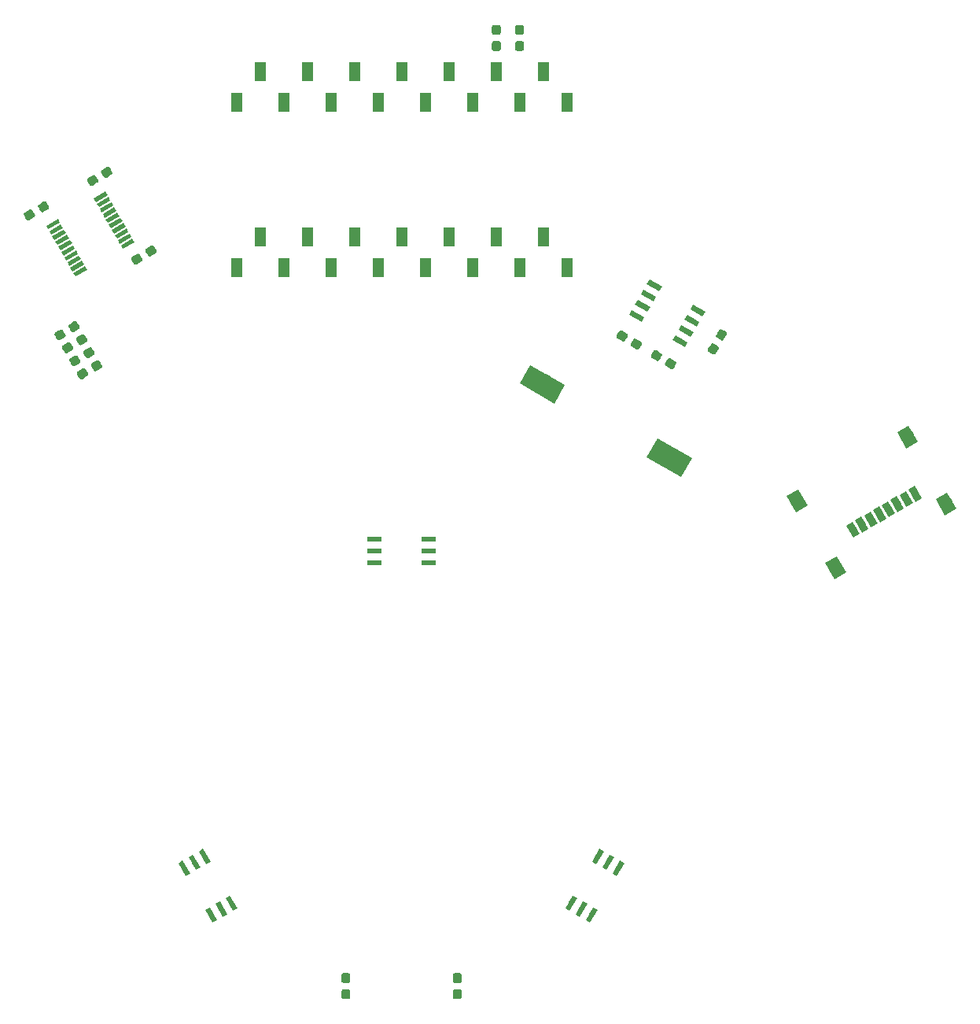
<source format=gbr>
G04 #@! TF.GenerationSoftware,KiCad,Pcbnew,(5.0.1-3-g963ef8bb5)*
G04 #@! TF.CreationDate,2019-08-14T18:08:12+02:00*
G04 #@! TF.ProjectId,crecol_led_pcb_v20,637265636F6C5F6C65645F7063625F76,rev?*
G04 #@! TF.SameCoordinates,Original*
G04 #@! TF.FileFunction,Paste,Bot*
G04 #@! TF.FilePolarity,Positive*
%FSLAX46Y46*%
G04 Gerber Fmt 4.6, Leading zero omitted, Abs format (unit mm)*
G04 Created by KiCad (PCBNEW (5.0.1-3-g963ef8bb5)) date 2019 August 14, Wednesday 18:08:12*
%MOMM*%
%LPD*%
G01*
G04 APERTURE LIST*
%ADD10C,0.100000*%
%ADD11C,0.950000*%
%ADD12C,0.550000*%
%ADD13R,1.600000X0.550000*%
%ADD14C,1.450000*%
%ADD15C,0.800000*%
%ADD16C,2.300000*%
%ADD17C,0.450000*%
%ADD18C,0.600000*%
%ADD19R,1.200000X2.000000*%
G04 APERTURE END LIST*
D10*
G04 #@! TO.C,C31*
G36*
X65787993Y-56351077D02*
X65811148Y-56353741D01*
X65833929Y-56358662D01*
X65856119Y-56365791D01*
X65877503Y-56375062D01*
X65897876Y-56386383D01*
X65917041Y-56399648D01*
X65934813Y-56414726D01*
X65951022Y-56431474D01*
X65965511Y-56449730D01*
X65978141Y-56469319D01*
X66215641Y-56880681D01*
X66226290Y-56901413D01*
X66234856Y-56923089D01*
X66241256Y-56945500D01*
X66245428Y-56968431D01*
X66247333Y-56991660D01*
X66246951Y-57014964D01*
X66244288Y-57038119D01*
X66239367Y-57060901D01*
X66232238Y-57083090D01*
X66222967Y-57104475D01*
X66211646Y-57124847D01*
X66198381Y-57144012D01*
X66183303Y-57161784D01*
X66166555Y-57177993D01*
X66148298Y-57192482D01*
X66128710Y-57205112D01*
X65630746Y-57492612D01*
X65610014Y-57503261D01*
X65588338Y-57511827D01*
X65565927Y-57518227D01*
X65542996Y-57522399D01*
X65519767Y-57524304D01*
X65496463Y-57523923D01*
X65473308Y-57521259D01*
X65450527Y-57516338D01*
X65428337Y-57509209D01*
X65406953Y-57499938D01*
X65386580Y-57488617D01*
X65367415Y-57475352D01*
X65349643Y-57460274D01*
X65333434Y-57443526D01*
X65318945Y-57425270D01*
X65306315Y-57405681D01*
X65068815Y-56994319D01*
X65058166Y-56973587D01*
X65049600Y-56951911D01*
X65043200Y-56929500D01*
X65039028Y-56906569D01*
X65037123Y-56883340D01*
X65037505Y-56860036D01*
X65040168Y-56836881D01*
X65045089Y-56814099D01*
X65052218Y-56791910D01*
X65061489Y-56770525D01*
X65072810Y-56750153D01*
X65086075Y-56730988D01*
X65101153Y-56713216D01*
X65117901Y-56697007D01*
X65136158Y-56682518D01*
X65155746Y-56669888D01*
X65653710Y-56382388D01*
X65674442Y-56371739D01*
X65696118Y-56363173D01*
X65718529Y-56356773D01*
X65741460Y-56352601D01*
X65764689Y-56350696D01*
X65787993Y-56351077D01*
X65787993Y-56351077D01*
G37*
D11*
X65642228Y-56937500D03*
D10*
G36*
X67303537Y-55476077D02*
X67326692Y-55478741D01*
X67349473Y-55483662D01*
X67371663Y-55490791D01*
X67393047Y-55500062D01*
X67413420Y-55511383D01*
X67432585Y-55524648D01*
X67450357Y-55539726D01*
X67466566Y-55556474D01*
X67481055Y-55574730D01*
X67493685Y-55594319D01*
X67731185Y-56005681D01*
X67741834Y-56026413D01*
X67750400Y-56048089D01*
X67756800Y-56070500D01*
X67760972Y-56093431D01*
X67762877Y-56116660D01*
X67762495Y-56139964D01*
X67759832Y-56163119D01*
X67754911Y-56185901D01*
X67747782Y-56208090D01*
X67738511Y-56229475D01*
X67727190Y-56249847D01*
X67713925Y-56269012D01*
X67698847Y-56286784D01*
X67682099Y-56302993D01*
X67663842Y-56317482D01*
X67644254Y-56330112D01*
X67146290Y-56617612D01*
X67125558Y-56628261D01*
X67103882Y-56636827D01*
X67081471Y-56643227D01*
X67058540Y-56647399D01*
X67035311Y-56649304D01*
X67012007Y-56648923D01*
X66988852Y-56646259D01*
X66966071Y-56641338D01*
X66943881Y-56634209D01*
X66922497Y-56624938D01*
X66902124Y-56613617D01*
X66882959Y-56600352D01*
X66865187Y-56585274D01*
X66848978Y-56568526D01*
X66834489Y-56550270D01*
X66821859Y-56530681D01*
X66584359Y-56119319D01*
X66573710Y-56098587D01*
X66565144Y-56076911D01*
X66558744Y-56054500D01*
X66554572Y-56031569D01*
X66552667Y-56008340D01*
X66553049Y-55985036D01*
X66555712Y-55961881D01*
X66560633Y-55939099D01*
X66567762Y-55916910D01*
X66577033Y-55895525D01*
X66588354Y-55875153D01*
X66601619Y-55855988D01*
X66616697Y-55838216D01*
X66633445Y-55822007D01*
X66651702Y-55807518D01*
X66671290Y-55794888D01*
X67169254Y-55507388D01*
X67189986Y-55496739D01*
X67211662Y-55488173D01*
X67234073Y-55481773D01*
X67257004Y-55477601D01*
X67280233Y-55475696D01*
X67303537Y-55476077D01*
X67303537Y-55476077D01*
G37*
D11*
X67157772Y-56062500D03*
G04 #@! TD*
D10*
G04 #@! TO.C,C30*
G36*
X64903537Y-51276077D02*
X64926692Y-51278741D01*
X64949473Y-51283662D01*
X64971663Y-51290791D01*
X64993047Y-51300062D01*
X65013420Y-51311383D01*
X65032585Y-51324648D01*
X65050357Y-51339726D01*
X65066566Y-51356474D01*
X65081055Y-51374730D01*
X65093685Y-51394319D01*
X65331185Y-51805681D01*
X65341834Y-51826413D01*
X65350400Y-51848089D01*
X65356800Y-51870500D01*
X65360972Y-51893431D01*
X65362877Y-51916660D01*
X65362495Y-51939964D01*
X65359832Y-51963119D01*
X65354911Y-51985901D01*
X65347782Y-52008090D01*
X65338511Y-52029475D01*
X65327190Y-52049847D01*
X65313925Y-52069012D01*
X65298847Y-52086784D01*
X65282099Y-52102993D01*
X65263842Y-52117482D01*
X65244254Y-52130112D01*
X64746290Y-52417612D01*
X64725558Y-52428261D01*
X64703882Y-52436827D01*
X64681471Y-52443227D01*
X64658540Y-52447399D01*
X64635311Y-52449304D01*
X64612007Y-52448923D01*
X64588852Y-52446259D01*
X64566071Y-52441338D01*
X64543881Y-52434209D01*
X64522497Y-52424938D01*
X64502124Y-52413617D01*
X64482959Y-52400352D01*
X64465187Y-52385274D01*
X64448978Y-52368526D01*
X64434489Y-52350270D01*
X64421859Y-52330681D01*
X64184359Y-51919319D01*
X64173710Y-51898587D01*
X64165144Y-51876911D01*
X64158744Y-51854500D01*
X64154572Y-51831569D01*
X64152667Y-51808340D01*
X64153049Y-51785036D01*
X64155712Y-51761881D01*
X64160633Y-51739099D01*
X64167762Y-51716910D01*
X64177033Y-51695525D01*
X64188354Y-51675153D01*
X64201619Y-51655988D01*
X64216697Y-51638216D01*
X64233445Y-51622007D01*
X64251702Y-51607518D01*
X64271290Y-51594888D01*
X64769254Y-51307388D01*
X64789986Y-51296739D01*
X64811662Y-51288173D01*
X64834073Y-51281773D01*
X64857004Y-51277601D01*
X64880233Y-51275696D01*
X64903537Y-51276077D01*
X64903537Y-51276077D01*
G37*
D11*
X64757772Y-51862500D03*
D10*
G36*
X63387993Y-52151077D02*
X63411148Y-52153741D01*
X63433929Y-52158662D01*
X63456119Y-52165791D01*
X63477503Y-52175062D01*
X63497876Y-52186383D01*
X63517041Y-52199648D01*
X63534813Y-52214726D01*
X63551022Y-52231474D01*
X63565511Y-52249730D01*
X63578141Y-52269319D01*
X63815641Y-52680681D01*
X63826290Y-52701413D01*
X63834856Y-52723089D01*
X63841256Y-52745500D01*
X63845428Y-52768431D01*
X63847333Y-52791660D01*
X63846951Y-52814964D01*
X63844288Y-52838119D01*
X63839367Y-52860901D01*
X63832238Y-52883090D01*
X63822967Y-52904475D01*
X63811646Y-52924847D01*
X63798381Y-52944012D01*
X63783303Y-52961784D01*
X63766555Y-52977993D01*
X63748298Y-52992482D01*
X63728710Y-53005112D01*
X63230746Y-53292612D01*
X63210014Y-53303261D01*
X63188338Y-53311827D01*
X63165927Y-53318227D01*
X63142996Y-53322399D01*
X63119767Y-53324304D01*
X63096463Y-53323923D01*
X63073308Y-53321259D01*
X63050527Y-53316338D01*
X63028337Y-53309209D01*
X63006953Y-53299938D01*
X62986580Y-53288617D01*
X62967415Y-53275352D01*
X62949643Y-53260274D01*
X62933434Y-53243526D01*
X62918945Y-53225270D01*
X62906315Y-53205681D01*
X62668815Y-52794319D01*
X62658166Y-52773587D01*
X62649600Y-52751911D01*
X62643200Y-52729500D01*
X62639028Y-52706569D01*
X62637123Y-52683340D01*
X62637505Y-52660036D01*
X62640168Y-52636881D01*
X62645089Y-52614099D01*
X62652218Y-52591910D01*
X62661489Y-52570525D01*
X62672810Y-52550153D01*
X62686075Y-52530988D01*
X62701153Y-52513216D01*
X62717901Y-52497007D01*
X62736158Y-52482518D01*
X62755746Y-52469888D01*
X63253710Y-52182388D01*
X63274442Y-52171739D01*
X63296118Y-52163173D01*
X63318529Y-52156773D01*
X63341460Y-52152601D01*
X63364689Y-52150696D01*
X63387993Y-52151077D01*
X63387993Y-52151077D01*
G37*
D11*
X63242228Y-52737500D03*
G04 #@! TD*
D10*
G04 #@! TO.C,R32*
G36*
X65703537Y-52676077D02*
X65726692Y-52678741D01*
X65749473Y-52683662D01*
X65771663Y-52690791D01*
X65793047Y-52700062D01*
X65813420Y-52711383D01*
X65832585Y-52724648D01*
X65850357Y-52739726D01*
X65866566Y-52756474D01*
X65881055Y-52774730D01*
X65893685Y-52794319D01*
X66131185Y-53205681D01*
X66141834Y-53226413D01*
X66150400Y-53248089D01*
X66156800Y-53270500D01*
X66160972Y-53293431D01*
X66162877Y-53316660D01*
X66162495Y-53339964D01*
X66159832Y-53363119D01*
X66154911Y-53385901D01*
X66147782Y-53408090D01*
X66138511Y-53429475D01*
X66127190Y-53449847D01*
X66113925Y-53469012D01*
X66098847Y-53486784D01*
X66082099Y-53502993D01*
X66063842Y-53517482D01*
X66044254Y-53530112D01*
X65546290Y-53817612D01*
X65525558Y-53828261D01*
X65503882Y-53836827D01*
X65481471Y-53843227D01*
X65458540Y-53847399D01*
X65435311Y-53849304D01*
X65412007Y-53848923D01*
X65388852Y-53846259D01*
X65366071Y-53841338D01*
X65343881Y-53834209D01*
X65322497Y-53824938D01*
X65302124Y-53813617D01*
X65282959Y-53800352D01*
X65265187Y-53785274D01*
X65248978Y-53768526D01*
X65234489Y-53750270D01*
X65221859Y-53730681D01*
X64984359Y-53319319D01*
X64973710Y-53298587D01*
X64965144Y-53276911D01*
X64958744Y-53254500D01*
X64954572Y-53231569D01*
X64952667Y-53208340D01*
X64953049Y-53185036D01*
X64955712Y-53161881D01*
X64960633Y-53139099D01*
X64967762Y-53116910D01*
X64977033Y-53095525D01*
X64988354Y-53075153D01*
X65001619Y-53055988D01*
X65016697Y-53038216D01*
X65033445Y-53022007D01*
X65051702Y-53007518D01*
X65071290Y-52994888D01*
X65569254Y-52707388D01*
X65589986Y-52696739D01*
X65611662Y-52688173D01*
X65634073Y-52681773D01*
X65657004Y-52677601D01*
X65680233Y-52675696D01*
X65703537Y-52676077D01*
X65703537Y-52676077D01*
G37*
D11*
X65557772Y-53262500D03*
D10*
G36*
X64187993Y-53551077D02*
X64211148Y-53553741D01*
X64233929Y-53558662D01*
X64256119Y-53565791D01*
X64277503Y-53575062D01*
X64297876Y-53586383D01*
X64317041Y-53599648D01*
X64334813Y-53614726D01*
X64351022Y-53631474D01*
X64365511Y-53649730D01*
X64378141Y-53669319D01*
X64615641Y-54080681D01*
X64626290Y-54101413D01*
X64634856Y-54123089D01*
X64641256Y-54145500D01*
X64645428Y-54168431D01*
X64647333Y-54191660D01*
X64646951Y-54214964D01*
X64644288Y-54238119D01*
X64639367Y-54260901D01*
X64632238Y-54283090D01*
X64622967Y-54304475D01*
X64611646Y-54324847D01*
X64598381Y-54344012D01*
X64583303Y-54361784D01*
X64566555Y-54377993D01*
X64548298Y-54392482D01*
X64528710Y-54405112D01*
X64030746Y-54692612D01*
X64010014Y-54703261D01*
X63988338Y-54711827D01*
X63965927Y-54718227D01*
X63942996Y-54722399D01*
X63919767Y-54724304D01*
X63896463Y-54723923D01*
X63873308Y-54721259D01*
X63850527Y-54716338D01*
X63828337Y-54709209D01*
X63806953Y-54699938D01*
X63786580Y-54688617D01*
X63767415Y-54675352D01*
X63749643Y-54660274D01*
X63733434Y-54643526D01*
X63718945Y-54625270D01*
X63706315Y-54605681D01*
X63468815Y-54194319D01*
X63458166Y-54173587D01*
X63449600Y-54151911D01*
X63443200Y-54129500D01*
X63439028Y-54106569D01*
X63437123Y-54083340D01*
X63437505Y-54060036D01*
X63440168Y-54036881D01*
X63445089Y-54014099D01*
X63452218Y-53991910D01*
X63461489Y-53970525D01*
X63472810Y-53950153D01*
X63486075Y-53930988D01*
X63501153Y-53913216D01*
X63517901Y-53897007D01*
X63536158Y-53882518D01*
X63555746Y-53869888D01*
X64053710Y-53582388D01*
X64074442Y-53571739D01*
X64096118Y-53563173D01*
X64118529Y-53556773D01*
X64141460Y-53552601D01*
X64164689Y-53550696D01*
X64187993Y-53551077D01*
X64187993Y-53551077D01*
G37*
D11*
X64042228Y-54137500D03*
G04 #@! TD*
D10*
G04 #@! TO.C,R33*
G36*
X64987993Y-54951077D02*
X65011148Y-54953741D01*
X65033929Y-54958662D01*
X65056119Y-54965791D01*
X65077503Y-54975062D01*
X65097876Y-54986383D01*
X65117041Y-54999648D01*
X65134813Y-55014726D01*
X65151022Y-55031474D01*
X65165511Y-55049730D01*
X65178141Y-55069319D01*
X65415641Y-55480681D01*
X65426290Y-55501413D01*
X65434856Y-55523089D01*
X65441256Y-55545500D01*
X65445428Y-55568431D01*
X65447333Y-55591660D01*
X65446951Y-55614964D01*
X65444288Y-55638119D01*
X65439367Y-55660901D01*
X65432238Y-55683090D01*
X65422967Y-55704475D01*
X65411646Y-55724847D01*
X65398381Y-55744012D01*
X65383303Y-55761784D01*
X65366555Y-55777993D01*
X65348298Y-55792482D01*
X65328710Y-55805112D01*
X64830746Y-56092612D01*
X64810014Y-56103261D01*
X64788338Y-56111827D01*
X64765927Y-56118227D01*
X64742996Y-56122399D01*
X64719767Y-56124304D01*
X64696463Y-56123923D01*
X64673308Y-56121259D01*
X64650527Y-56116338D01*
X64628337Y-56109209D01*
X64606953Y-56099938D01*
X64586580Y-56088617D01*
X64567415Y-56075352D01*
X64549643Y-56060274D01*
X64533434Y-56043526D01*
X64518945Y-56025270D01*
X64506315Y-56005681D01*
X64268815Y-55594319D01*
X64258166Y-55573587D01*
X64249600Y-55551911D01*
X64243200Y-55529500D01*
X64239028Y-55506569D01*
X64237123Y-55483340D01*
X64237505Y-55460036D01*
X64240168Y-55436881D01*
X64245089Y-55414099D01*
X64252218Y-55391910D01*
X64261489Y-55370525D01*
X64272810Y-55350153D01*
X64286075Y-55330988D01*
X64301153Y-55313216D01*
X64317901Y-55297007D01*
X64336158Y-55282518D01*
X64355746Y-55269888D01*
X64853710Y-54982388D01*
X64874442Y-54971739D01*
X64896118Y-54963173D01*
X64918529Y-54956773D01*
X64941460Y-54952601D01*
X64964689Y-54950696D01*
X64987993Y-54951077D01*
X64987993Y-54951077D01*
G37*
D11*
X64842228Y-55537500D03*
D10*
G36*
X66503537Y-54076077D02*
X66526692Y-54078741D01*
X66549473Y-54083662D01*
X66571663Y-54090791D01*
X66593047Y-54100062D01*
X66613420Y-54111383D01*
X66632585Y-54124648D01*
X66650357Y-54139726D01*
X66666566Y-54156474D01*
X66681055Y-54174730D01*
X66693685Y-54194319D01*
X66931185Y-54605681D01*
X66941834Y-54626413D01*
X66950400Y-54648089D01*
X66956800Y-54670500D01*
X66960972Y-54693431D01*
X66962877Y-54716660D01*
X66962495Y-54739964D01*
X66959832Y-54763119D01*
X66954911Y-54785901D01*
X66947782Y-54808090D01*
X66938511Y-54829475D01*
X66927190Y-54849847D01*
X66913925Y-54869012D01*
X66898847Y-54886784D01*
X66882099Y-54902993D01*
X66863842Y-54917482D01*
X66844254Y-54930112D01*
X66346290Y-55217612D01*
X66325558Y-55228261D01*
X66303882Y-55236827D01*
X66281471Y-55243227D01*
X66258540Y-55247399D01*
X66235311Y-55249304D01*
X66212007Y-55248923D01*
X66188852Y-55246259D01*
X66166071Y-55241338D01*
X66143881Y-55234209D01*
X66122497Y-55224938D01*
X66102124Y-55213617D01*
X66082959Y-55200352D01*
X66065187Y-55185274D01*
X66048978Y-55168526D01*
X66034489Y-55150270D01*
X66021859Y-55130681D01*
X65784359Y-54719319D01*
X65773710Y-54698587D01*
X65765144Y-54676911D01*
X65758744Y-54654500D01*
X65754572Y-54631569D01*
X65752667Y-54608340D01*
X65753049Y-54585036D01*
X65755712Y-54561881D01*
X65760633Y-54539099D01*
X65767762Y-54516910D01*
X65777033Y-54495525D01*
X65788354Y-54475153D01*
X65801619Y-54455988D01*
X65816697Y-54438216D01*
X65833445Y-54422007D01*
X65851702Y-54407518D01*
X65871290Y-54394888D01*
X66369254Y-54107388D01*
X66389986Y-54096739D01*
X66411662Y-54088173D01*
X66434073Y-54081773D01*
X66457004Y-54077601D01*
X66480233Y-54075696D01*
X66503537Y-54076077D01*
X66503537Y-54076077D01*
G37*
D11*
X66357772Y-54662500D03*
G04 #@! TD*
D10*
G04 #@! TO.C,C0*
G36*
X94260779Y-121401144D02*
X94283834Y-121404563D01*
X94306443Y-121410227D01*
X94328387Y-121418079D01*
X94349457Y-121428044D01*
X94369448Y-121440026D01*
X94388168Y-121453910D01*
X94405438Y-121469562D01*
X94421090Y-121486832D01*
X94434974Y-121505552D01*
X94446956Y-121525543D01*
X94456921Y-121546613D01*
X94464773Y-121568557D01*
X94470437Y-121591166D01*
X94473856Y-121614221D01*
X94475000Y-121637500D01*
X94475000Y-122212500D01*
X94473856Y-122235779D01*
X94470437Y-122258834D01*
X94464773Y-122281443D01*
X94456921Y-122303387D01*
X94446956Y-122324457D01*
X94434974Y-122344448D01*
X94421090Y-122363168D01*
X94405438Y-122380438D01*
X94388168Y-122396090D01*
X94369448Y-122409974D01*
X94349457Y-122421956D01*
X94328387Y-122431921D01*
X94306443Y-122439773D01*
X94283834Y-122445437D01*
X94260779Y-122448856D01*
X94237500Y-122450000D01*
X93762500Y-122450000D01*
X93739221Y-122448856D01*
X93716166Y-122445437D01*
X93693557Y-122439773D01*
X93671613Y-122431921D01*
X93650543Y-122421956D01*
X93630552Y-122409974D01*
X93611832Y-122396090D01*
X93594562Y-122380438D01*
X93578910Y-122363168D01*
X93565026Y-122344448D01*
X93553044Y-122324457D01*
X93543079Y-122303387D01*
X93535227Y-122281443D01*
X93529563Y-122258834D01*
X93526144Y-122235779D01*
X93525000Y-122212500D01*
X93525000Y-121637500D01*
X93526144Y-121614221D01*
X93529563Y-121591166D01*
X93535227Y-121568557D01*
X93543079Y-121546613D01*
X93553044Y-121525543D01*
X93565026Y-121505552D01*
X93578910Y-121486832D01*
X93594562Y-121469562D01*
X93611832Y-121453910D01*
X93630552Y-121440026D01*
X93650543Y-121428044D01*
X93671613Y-121418079D01*
X93693557Y-121410227D01*
X93716166Y-121404563D01*
X93739221Y-121401144D01*
X93762500Y-121400000D01*
X94237500Y-121400000D01*
X94260779Y-121401144D01*
X94260779Y-121401144D01*
G37*
D11*
X94000000Y-121925000D03*
D10*
G36*
X94260779Y-123151144D02*
X94283834Y-123154563D01*
X94306443Y-123160227D01*
X94328387Y-123168079D01*
X94349457Y-123178044D01*
X94369448Y-123190026D01*
X94388168Y-123203910D01*
X94405438Y-123219562D01*
X94421090Y-123236832D01*
X94434974Y-123255552D01*
X94446956Y-123275543D01*
X94456921Y-123296613D01*
X94464773Y-123318557D01*
X94470437Y-123341166D01*
X94473856Y-123364221D01*
X94475000Y-123387500D01*
X94475000Y-123962500D01*
X94473856Y-123985779D01*
X94470437Y-124008834D01*
X94464773Y-124031443D01*
X94456921Y-124053387D01*
X94446956Y-124074457D01*
X94434974Y-124094448D01*
X94421090Y-124113168D01*
X94405438Y-124130438D01*
X94388168Y-124146090D01*
X94369448Y-124159974D01*
X94349457Y-124171956D01*
X94328387Y-124181921D01*
X94306443Y-124189773D01*
X94283834Y-124195437D01*
X94260779Y-124198856D01*
X94237500Y-124200000D01*
X93762500Y-124200000D01*
X93739221Y-124198856D01*
X93716166Y-124195437D01*
X93693557Y-124189773D01*
X93671613Y-124181921D01*
X93650543Y-124171956D01*
X93630552Y-124159974D01*
X93611832Y-124146090D01*
X93594562Y-124130438D01*
X93578910Y-124113168D01*
X93565026Y-124094448D01*
X93553044Y-124074457D01*
X93543079Y-124053387D01*
X93535227Y-124031443D01*
X93529563Y-124008834D01*
X93526144Y-123985779D01*
X93525000Y-123962500D01*
X93525000Y-123387500D01*
X93526144Y-123364221D01*
X93529563Y-123341166D01*
X93535227Y-123318557D01*
X93543079Y-123296613D01*
X93553044Y-123275543D01*
X93565026Y-123255552D01*
X93578910Y-123236832D01*
X93594562Y-123219562D01*
X93611832Y-123203910D01*
X93630552Y-123190026D01*
X93650543Y-123178044D01*
X93671613Y-123168079D01*
X93693557Y-123160227D01*
X93716166Y-123154563D01*
X93739221Y-123151144D01*
X93762500Y-123150000D01*
X94237500Y-123150000D01*
X94260779Y-123151144D01*
X94260779Y-123151144D01*
G37*
D11*
X94000000Y-123675000D03*
G04 #@! TD*
D10*
G04 #@! TO.C,R0*
G36*
X106260779Y-123151144D02*
X106283834Y-123154563D01*
X106306443Y-123160227D01*
X106328387Y-123168079D01*
X106349457Y-123178044D01*
X106369448Y-123190026D01*
X106388168Y-123203910D01*
X106405438Y-123219562D01*
X106421090Y-123236832D01*
X106434974Y-123255552D01*
X106446956Y-123275543D01*
X106456921Y-123296613D01*
X106464773Y-123318557D01*
X106470437Y-123341166D01*
X106473856Y-123364221D01*
X106475000Y-123387500D01*
X106475000Y-123962500D01*
X106473856Y-123985779D01*
X106470437Y-124008834D01*
X106464773Y-124031443D01*
X106456921Y-124053387D01*
X106446956Y-124074457D01*
X106434974Y-124094448D01*
X106421090Y-124113168D01*
X106405438Y-124130438D01*
X106388168Y-124146090D01*
X106369448Y-124159974D01*
X106349457Y-124171956D01*
X106328387Y-124181921D01*
X106306443Y-124189773D01*
X106283834Y-124195437D01*
X106260779Y-124198856D01*
X106237500Y-124200000D01*
X105762500Y-124200000D01*
X105739221Y-124198856D01*
X105716166Y-124195437D01*
X105693557Y-124189773D01*
X105671613Y-124181921D01*
X105650543Y-124171956D01*
X105630552Y-124159974D01*
X105611832Y-124146090D01*
X105594562Y-124130438D01*
X105578910Y-124113168D01*
X105565026Y-124094448D01*
X105553044Y-124074457D01*
X105543079Y-124053387D01*
X105535227Y-124031443D01*
X105529563Y-124008834D01*
X105526144Y-123985779D01*
X105525000Y-123962500D01*
X105525000Y-123387500D01*
X105526144Y-123364221D01*
X105529563Y-123341166D01*
X105535227Y-123318557D01*
X105543079Y-123296613D01*
X105553044Y-123275543D01*
X105565026Y-123255552D01*
X105578910Y-123236832D01*
X105594562Y-123219562D01*
X105611832Y-123203910D01*
X105630552Y-123190026D01*
X105650543Y-123178044D01*
X105671613Y-123168079D01*
X105693557Y-123160227D01*
X105716166Y-123154563D01*
X105739221Y-123151144D01*
X105762500Y-123150000D01*
X106237500Y-123150000D01*
X106260779Y-123151144D01*
X106260779Y-123151144D01*
G37*
D11*
X106000000Y-123675000D03*
D10*
G36*
X106260779Y-121401144D02*
X106283834Y-121404563D01*
X106306443Y-121410227D01*
X106328387Y-121418079D01*
X106349457Y-121428044D01*
X106369448Y-121440026D01*
X106388168Y-121453910D01*
X106405438Y-121469562D01*
X106421090Y-121486832D01*
X106434974Y-121505552D01*
X106446956Y-121525543D01*
X106456921Y-121546613D01*
X106464773Y-121568557D01*
X106470437Y-121591166D01*
X106473856Y-121614221D01*
X106475000Y-121637500D01*
X106475000Y-122212500D01*
X106473856Y-122235779D01*
X106470437Y-122258834D01*
X106464773Y-122281443D01*
X106456921Y-122303387D01*
X106446956Y-122324457D01*
X106434974Y-122344448D01*
X106421090Y-122363168D01*
X106405438Y-122380438D01*
X106388168Y-122396090D01*
X106369448Y-122409974D01*
X106349457Y-122421956D01*
X106328387Y-122431921D01*
X106306443Y-122439773D01*
X106283834Y-122445437D01*
X106260779Y-122448856D01*
X106237500Y-122450000D01*
X105762500Y-122450000D01*
X105739221Y-122448856D01*
X105716166Y-122445437D01*
X105693557Y-122439773D01*
X105671613Y-122431921D01*
X105650543Y-122421956D01*
X105630552Y-122409974D01*
X105611832Y-122396090D01*
X105594562Y-122380438D01*
X105578910Y-122363168D01*
X105565026Y-122344448D01*
X105553044Y-122324457D01*
X105543079Y-122303387D01*
X105535227Y-122281443D01*
X105529563Y-122258834D01*
X105526144Y-122235779D01*
X105525000Y-122212500D01*
X105525000Y-121637500D01*
X105526144Y-121614221D01*
X105529563Y-121591166D01*
X105535227Y-121568557D01*
X105543079Y-121546613D01*
X105553044Y-121525543D01*
X105565026Y-121505552D01*
X105578910Y-121486832D01*
X105594562Y-121469562D01*
X105611832Y-121453910D01*
X105630552Y-121440026D01*
X105650543Y-121428044D01*
X105671613Y-121418079D01*
X105693557Y-121410227D01*
X105716166Y-121404563D01*
X105739221Y-121401144D01*
X105762500Y-121400000D01*
X106237500Y-121400000D01*
X106260779Y-121401144D01*
X106260779Y-121401144D01*
G37*
D11*
X106000000Y-121925000D03*
G04 #@! TD*
D12*
G04 #@! TO.C,SW0*
X80600000Y-114511474D03*
D10*
G36*
X79961843Y-113956154D02*
X80438157Y-113681154D01*
X81238157Y-115066794D01*
X80761843Y-115341794D01*
X79961843Y-113956154D01*
X79961843Y-113956154D01*
G37*
D12*
X77700000Y-109488526D03*
D10*
G36*
X77061843Y-108933206D02*
X77538157Y-108658206D01*
X78338157Y-110043846D01*
X77861843Y-110318846D01*
X77061843Y-108933206D01*
X77061843Y-108933206D01*
G37*
D12*
X76600148Y-110123526D03*
D10*
G36*
X75961991Y-109568206D02*
X76438305Y-109293206D01*
X77238305Y-110678846D01*
X76761991Y-110953846D01*
X75961991Y-109568206D01*
X75961991Y-109568206D01*
G37*
D12*
X78799852Y-108853526D03*
D10*
G36*
X78161695Y-108298206D02*
X78638009Y-108023206D01*
X79438009Y-109408846D01*
X78961695Y-109683846D01*
X78161695Y-108298206D01*
X78161695Y-108298206D01*
G37*
D12*
X81699852Y-113876474D03*
D10*
G36*
X81061695Y-113321154D02*
X81538009Y-113046154D01*
X82338009Y-114431794D01*
X81861695Y-114706794D01*
X81061695Y-113321154D01*
X81061695Y-113321154D01*
G37*
D12*
X79500148Y-115146474D03*
D10*
G36*
X78861991Y-114591154D02*
X79338305Y-114316154D01*
X80138305Y-115701794D01*
X79661991Y-115976794D01*
X78861991Y-114591154D01*
X78861991Y-114591154D01*
G37*
G04 #@! TD*
D13*
G04 #@! TO.C,SW1*
X102900000Y-76000000D03*
X97100000Y-76000000D03*
X97100000Y-77270000D03*
X97100000Y-74730000D03*
X102900000Y-74730000D03*
X102900000Y-77270000D03*
G04 #@! TD*
D12*
G04 #@! TO.C,SW2*
X123349852Y-110123526D03*
D10*
G36*
X123188009Y-110953846D02*
X122711695Y-110678846D01*
X123511695Y-109293206D01*
X123988009Y-109568206D01*
X123188009Y-110953846D01*
X123188009Y-110953846D01*
G37*
D12*
X121150148Y-108853526D03*
D10*
G36*
X120988305Y-109683846D02*
X120511991Y-109408846D01*
X121311991Y-108023206D01*
X121788305Y-108298206D01*
X120988305Y-109683846D01*
X120988305Y-109683846D01*
G37*
D12*
X118250148Y-113876474D03*
D10*
G36*
X118088305Y-114706794D02*
X117611991Y-114431794D01*
X118411991Y-113046154D01*
X118888305Y-113321154D01*
X118088305Y-114706794D01*
X118088305Y-114706794D01*
G37*
D12*
X120449852Y-115146474D03*
D10*
G36*
X120288009Y-115976794D02*
X119811695Y-115701794D01*
X120611695Y-114316154D01*
X121088009Y-114591154D01*
X120288009Y-115976794D01*
X120288009Y-115976794D01*
G37*
D12*
X119350000Y-114511474D03*
D10*
G36*
X119188157Y-115341794D02*
X118711843Y-115066794D01*
X119511843Y-113681154D01*
X119988157Y-113956154D01*
X119188157Y-115341794D01*
X119188157Y-115341794D01*
G37*
D12*
X122250000Y-109488526D03*
D10*
G36*
X122088157Y-110318846D02*
X121611843Y-110043846D01*
X122411843Y-108658206D01*
X122888157Y-108933206D01*
X122088157Y-110318846D01*
X122088157Y-110318846D01*
G37*
G04 #@! TD*
G04 #@! TO.C,C10*
G36*
X66887993Y-35551077D02*
X66911148Y-35553741D01*
X66933929Y-35558662D01*
X66956119Y-35565791D01*
X66977503Y-35575062D01*
X66997876Y-35586383D01*
X67017041Y-35599648D01*
X67034813Y-35614726D01*
X67051022Y-35631474D01*
X67065511Y-35649730D01*
X67078141Y-35669319D01*
X67315641Y-36080681D01*
X67326290Y-36101413D01*
X67334856Y-36123089D01*
X67341256Y-36145500D01*
X67345428Y-36168431D01*
X67347333Y-36191660D01*
X67346951Y-36214964D01*
X67344288Y-36238119D01*
X67339367Y-36260901D01*
X67332238Y-36283090D01*
X67322967Y-36304475D01*
X67311646Y-36324847D01*
X67298381Y-36344012D01*
X67283303Y-36361784D01*
X67266555Y-36377993D01*
X67248298Y-36392482D01*
X67228710Y-36405112D01*
X66730746Y-36692612D01*
X66710014Y-36703261D01*
X66688338Y-36711827D01*
X66665927Y-36718227D01*
X66642996Y-36722399D01*
X66619767Y-36724304D01*
X66596463Y-36723923D01*
X66573308Y-36721259D01*
X66550527Y-36716338D01*
X66528337Y-36709209D01*
X66506953Y-36699938D01*
X66486580Y-36688617D01*
X66467415Y-36675352D01*
X66449643Y-36660274D01*
X66433434Y-36643526D01*
X66418945Y-36625270D01*
X66406315Y-36605681D01*
X66168815Y-36194319D01*
X66158166Y-36173587D01*
X66149600Y-36151911D01*
X66143200Y-36129500D01*
X66139028Y-36106569D01*
X66137123Y-36083340D01*
X66137505Y-36060036D01*
X66140168Y-36036881D01*
X66145089Y-36014099D01*
X66152218Y-35991910D01*
X66161489Y-35970525D01*
X66172810Y-35950153D01*
X66186075Y-35930988D01*
X66201153Y-35913216D01*
X66217901Y-35897007D01*
X66236158Y-35882518D01*
X66255746Y-35869888D01*
X66753710Y-35582388D01*
X66774442Y-35571739D01*
X66796118Y-35563173D01*
X66818529Y-35556773D01*
X66841460Y-35552601D01*
X66864689Y-35550696D01*
X66887993Y-35551077D01*
X66887993Y-35551077D01*
G37*
D11*
X66742228Y-36137500D03*
D10*
G36*
X68403537Y-34676077D02*
X68426692Y-34678741D01*
X68449473Y-34683662D01*
X68471663Y-34690791D01*
X68493047Y-34700062D01*
X68513420Y-34711383D01*
X68532585Y-34724648D01*
X68550357Y-34739726D01*
X68566566Y-34756474D01*
X68581055Y-34774730D01*
X68593685Y-34794319D01*
X68831185Y-35205681D01*
X68841834Y-35226413D01*
X68850400Y-35248089D01*
X68856800Y-35270500D01*
X68860972Y-35293431D01*
X68862877Y-35316660D01*
X68862495Y-35339964D01*
X68859832Y-35363119D01*
X68854911Y-35385901D01*
X68847782Y-35408090D01*
X68838511Y-35429475D01*
X68827190Y-35449847D01*
X68813925Y-35469012D01*
X68798847Y-35486784D01*
X68782099Y-35502993D01*
X68763842Y-35517482D01*
X68744254Y-35530112D01*
X68246290Y-35817612D01*
X68225558Y-35828261D01*
X68203882Y-35836827D01*
X68181471Y-35843227D01*
X68158540Y-35847399D01*
X68135311Y-35849304D01*
X68112007Y-35848923D01*
X68088852Y-35846259D01*
X68066071Y-35841338D01*
X68043881Y-35834209D01*
X68022497Y-35824938D01*
X68002124Y-35813617D01*
X67982959Y-35800352D01*
X67965187Y-35785274D01*
X67948978Y-35768526D01*
X67934489Y-35750270D01*
X67921859Y-35730681D01*
X67684359Y-35319319D01*
X67673710Y-35298587D01*
X67665144Y-35276911D01*
X67658744Y-35254500D01*
X67654572Y-35231569D01*
X67652667Y-35208340D01*
X67653049Y-35185036D01*
X67655712Y-35161881D01*
X67660633Y-35139099D01*
X67667762Y-35116910D01*
X67677033Y-35095525D01*
X67688354Y-35075153D01*
X67701619Y-35055988D01*
X67716697Y-35038216D01*
X67733445Y-35022007D01*
X67751702Y-35007518D01*
X67771290Y-34994888D01*
X68269254Y-34707388D01*
X68289986Y-34696739D01*
X68311662Y-34688173D01*
X68334073Y-34681773D01*
X68357004Y-34677601D01*
X68380233Y-34675696D01*
X68403537Y-34676077D01*
X68403537Y-34676077D01*
G37*
D11*
X68257772Y-35262500D03*
G04 #@! TD*
D10*
G04 #@! TO.C,C11*
G36*
X61603537Y-38376077D02*
X61626692Y-38378741D01*
X61649473Y-38383662D01*
X61671663Y-38390791D01*
X61693047Y-38400062D01*
X61713420Y-38411383D01*
X61732585Y-38424648D01*
X61750357Y-38439726D01*
X61766566Y-38456474D01*
X61781055Y-38474730D01*
X61793685Y-38494319D01*
X62031185Y-38905681D01*
X62041834Y-38926413D01*
X62050400Y-38948089D01*
X62056800Y-38970500D01*
X62060972Y-38993431D01*
X62062877Y-39016660D01*
X62062495Y-39039964D01*
X62059832Y-39063119D01*
X62054911Y-39085901D01*
X62047782Y-39108090D01*
X62038511Y-39129475D01*
X62027190Y-39149847D01*
X62013925Y-39169012D01*
X61998847Y-39186784D01*
X61982099Y-39202993D01*
X61963842Y-39217482D01*
X61944254Y-39230112D01*
X61446290Y-39517612D01*
X61425558Y-39528261D01*
X61403882Y-39536827D01*
X61381471Y-39543227D01*
X61358540Y-39547399D01*
X61335311Y-39549304D01*
X61312007Y-39548923D01*
X61288852Y-39546259D01*
X61266071Y-39541338D01*
X61243881Y-39534209D01*
X61222497Y-39524938D01*
X61202124Y-39513617D01*
X61182959Y-39500352D01*
X61165187Y-39485274D01*
X61148978Y-39468526D01*
X61134489Y-39450270D01*
X61121859Y-39430681D01*
X60884359Y-39019319D01*
X60873710Y-38998587D01*
X60865144Y-38976911D01*
X60858744Y-38954500D01*
X60854572Y-38931569D01*
X60852667Y-38908340D01*
X60853049Y-38885036D01*
X60855712Y-38861881D01*
X60860633Y-38839099D01*
X60867762Y-38816910D01*
X60877033Y-38795525D01*
X60888354Y-38775153D01*
X60901619Y-38755988D01*
X60916697Y-38738216D01*
X60933445Y-38722007D01*
X60951702Y-38707518D01*
X60971290Y-38694888D01*
X61469254Y-38407388D01*
X61489986Y-38396739D01*
X61511662Y-38388173D01*
X61534073Y-38381773D01*
X61557004Y-38377601D01*
X61580233Y-38375696D01*
X61603537Y-38376077D01*
X61603537Y-38376077D01*
G37*
D11*
X61457772Y-38962500D03*
D10*
G36*
X60087993Y-39251077D02*
X60111148Y-39253741D01*
X60133929Y-39258662D01*
X60156119Y-39265791D01*
X60177503Y-39275062D01*
X60197876Y-39286383D01*
X60217041Y-39299648D01*
X60234813Y-39314726D01*
X60251022Y-39331474D01*
X60265511Y-39349730D01*
X60278141Y-39369319D01*
X60515641Y-39780681D01*
X60526290Y-39801413D01*
X60534856Y-39823089D01*
X60541256Y-39845500D01*
X60545428Y-39868431D01*
X60547333Y-39891660D01*
X60546951Y-39914964D01*
X60544288Y-39938119D01*
X60539367Y-39960901D01*
X60532238Y-39983090D01*
X60522967Y-40004475D01*
X60511646Y-40024847D01*
X60498381Y-40044012D01*
X60483303Y-40061784D01*
X60466555Y-40077993D01*
X60448298Y-40092482D01*
X60428710Y-40105112D01*
X59930746Y-40392612D01*
X59910014Y-40403261D01*
X59888338Y-40411827D01*
X59865927Y-40418227D01*
X59842996Y-40422399D01*
X59819767Y-40424304D01*
X59796463Y-40423923D01*
X59773308Y-40421259D01*
X59750527Y-40416338D01*
X59728337Y-40409209D01*
X59706953Y-40399938D01*
X59686580Y-40388617D01*
X59667415Y-40375352D01*
X59649643Y-40360274D01*
X59633434Y-40343526D01*
X59618945Y-40325270D01*
X59606315Y-40305681D01*
X59368815Y-39894319D01*
X59358166Y-39873587D01*
X59349600Y-39851911D01*
X59343200Y-39829500D01*
X59339028Y-39806569D01*
X59337123Y-39783340D01*
X59337505Y-39760036D01*
X59340168Y-39736881D01*
X59345089Y-39714099D01*
X59352218Y-39691910D01*
X59361489Y-39670525D01*
X59372810Y-39650153D01*
X59386075Y-39630988D01*
X59401153Y-39613216D01*
X59417901Y-39597007D01*
X59436158Y-39582518D01*
X59455746Y-39569888D01*
X59953710Y-39282388D01*
X59974442Y-39271739D01*
X59996118Y-39263173D01*
X60018529Y-39256773D01*
X60041460Y-39252601D01*
X60064689Y-39250696D01*
X60087993Y-39251077D01*
X60087993Y-39251077D01*
G37*
D11*
X59942228Y-39837500D03*
G04 #@! TD*
D10*
G04 #@! TO.C,C20*
G36*
X123642996Y-52277601D02*
X123665927Y-52281773D01*
X123688338Y-52288173D01*
X123710014Y-52296739D01*
X123730746Y-52307388D01*
X124228710Y-52594888D01*
X124248299Y-52607518D01*
X124266555Y-52622007D01*
X124283303Y-52638216D01*
X124298381Y-52655988D01*
X124311646Y-52675153D01*
X124322967Y-52695526D01*
X124332238Y-52716910D01*
X124339367Y-52739100D01*
X124344288Y-52761881D01*
X124346952Y-52785036D01*
X124347333Y-52808340D01*
X124345428Y-52831569D01*
X124341256Y-52854500D01*
X124334856Y-52876911D01*
X124326290Y-52898587D01*
X124315641Y-52919319D01*
X124078141Y-53330681D01*
X124065511Y-53350269D01*
X124051022Y-53368526D01*
X124034813Y-53385274D01*
X124017041Y-53400352D01*
X123997876Y-53413617D01*
X123977504Y-53424938D01*
X123956119Y-53434209D01*
X123933930Y-53441338D01*
X123911148Y-53446259D01*
X123887993Y-53448922D01*
X123864689Y-53449304D01*
X123841460Y-53447399D01*
X123818529Y-53443227D01*
X123796118Y-53436827D01*
X123774442Y-53428261D01*
X123753710Y-53417612D01*
X123255746Y-53130112D01*
X123236157Y-53117482D01*
X123217901Y-53102993D01*
X123201153Y-53086784D01*
X123186075Y-53069012D01*
X123172810Y-53049847D01*
X123161489Y-53029474D01*
X123152218Y-53008090D01*
X123145089Y-52985900D01*
X123140168Y-52963119D01*
X123137504Y-52939964D01*
X123137123Y-52916660D01*
X123139028Y-52893431D01*
X123143200Y-52870500D01*
X123149600Y-52848089D01*
X123158166Y-52826413D01*
X123168815Y-52805681D01*
X123406315Y-52394319D01*
X123418945Y-52374731D01*
X123433434Y-52356474D01*
X123449643Y-52339726D01*
X123467415Y-52324648D01*
X123486580Y-52311383D01*
X123506952Y-52300062D01*
X123528337Y-52290791D01*
X123550526Y-52283662D01*
X123573308Y-52278741D01*
X123596463Y-52276078D01*
X123619767Y-52275696D01*
X123642996Y-52277601D01*
X123642996Y-52277601D01*
G37*
D11*
X123742228Y-52862500D03*
D10*
G36*
X125158540Y-53152601D02*
X125181471Y-53156773D01*
X125203882Y-53163173D01*
X125225558Y-53171739D01*
X125246290Y-53182388D01*
X125744254Y-53469888D01*
X125763843Y-53482518D01*
X125782099Y-53497007D01*
X125798847Y-53513216D01*
X125813925Y-53530988D01*
X125827190Y-53550153D01*
X125838511Y-53570526D01*
X125847782Y-53591910D01*
X125854911Y-53614100D01*
X125859832Y-53636881D01*
X125862496Y-53660036D01*
X125862877Y-53683340D01*
X125860972Y-53706569D01*
X125856800Y-53729500D01*
X125850400Y-53751911D01*
X125841834Y-53773587D01*
X125831185Y-53794319D01*
X125593685Y-54205681D01*
X125581055Y-54225269D01*
X125566566Y-54243526D01*
X125550357Y-54260274D01*
X125532585Y-54275352D01*
X125513420Y-54288617D01*
X125493048Y-54299938D01*
X125471663Y-54309209D01*
X125449474Y-54316338D01*
X125426692Y-54321259D01*
X125403537Y-54323922D01*
X125380233Y-54324304D01*
X125357004Y-54322399D01*
X125334073Y-54318227D01*
X125311662Y-54311827D01*
X125289986Y-54303261D01*
X125269254Y-54292612D01*
X124771290Y-54005112D01*
X124751701Y-53992482D01*
X124733445Y-53977993D01*
X124716697Y-53961784D01*
X124701619Y-53944012D01*
X124688354Y-53924847D01*
X124677033Y-53904474D01*
X124667762Y-53883090D01*
X124660633Y-53860900D01*
X124655712Y-53838119D01*
X124653048Y-53814964D01*
X124652667Y-53791660D01*
X124654572Y-53768431D01*
X124658744Y-53745500D01*
X124665144Y-53723089D01*
X124673710Y-53701413D01*
X124684359Y-53680681D01*
X124921859Y-53269319D01*
X124934489Y-53249731D01*
X124948978Y-53231474D01*
X124965187Y-53214726D01*
X124982959Y-53199648D01*
X125002124Y-53186383D01*
X125022496Y-53175062D01*
X125043881Y-53165791D01*
X125066070Y-53158662D01*
X125088852Y-53153741D01*
X125112007Y-53151078D01*
X125135311Y-53150696D01*
X125158540Y-53152601D01*
X125158540Y-53152601D01*
G37*
D11*
X125257772Y-53737500D03*
G04 #@! TD*
D10*
G04 #@! TO.C,C21*
G36*
X128858540Y-55252601D02*
X128881471Y-55256773D01*
X128903882Y-55263173D01*
X128925558Y-55271739D01*
X128946290Y-55282388D01*
X129444254Y-55569888D01*
X129463843Y-55582518D01*
X129482099Y-55597007D01*
X129498847Y-55613216D01*
X129513925Y-55630988D01*
X129527190Y-55650153D01*
X129538511Y-55670526D01*
X129547782Y-55691910D01*
X129554911Y-55714100D01*
X129559832Y-55736881D01*
X129562496Y-55760036D01*
X129562877Y-55783340D01*
X129560972Y-55806569D01*
X129556800Y-55829500D01*
X129550400Y-55851911D01*
X129541834Y-55873587D01*
X129531185Y-55894319D01*
X129293685Y-56305681D01*
X129281055Y-56325269D01*
X129266566Y-56343526D01*
X129250357Y-56360274D01*
X129232585Y-56375352D01*
X129213420Y-56388617D01*
X129193048Y-56399938D01*
X129171663Y-56409209D01*
X129149474Y-56416338D01*
X129126692Y-56421259D01*
X129103537Y-56423922D01*
X129080233Y-56424304D01*
X129057004Y-56422399D01*
X129034073Y-56418227D01*
X129011662Y-56411827D01*
X128989986Y-56403261D01*
X128969254Y-56392612D01*
X128471290Y-56105112D01*
X128451701Y-56092482D01*
X128433445Y-56077993D01*
X128416697Y-56061784D01*
X128401619Y-56044012D01*
X128388354Y-56024847D01*
X128377033Y-56004474D01*
X128367762Y-55983090D01*
X128360633Y-55960900D01*
X128355712Y-55938119D01*
X128353048Y-55914964D01*
X128352667Y-55891660D01*
X128354572Y-55868431D01*
X128358744Y-55845500D01*
X128365144Y-55823089D01*
X128373710Y-55801413D01*
X128384359Y-55780681D01*
X128621859Y-55369319D01*
X128634489Y-55349731D01*
X128648978Y-55331474D01*
X128665187Y-55314726D01*
X128682959Y-55299648D01*
X128702124Y-55286383D01*
X128722496Y-55275062D01*
X128743881Y-55265791D01*
X128766070Y-55258662D01*
X128788852Y-55253741D01*
X128812007Y-55251078D01*
X128835311Y-55250696D01*
X128858540Y-55252601D01*
X128858540Y-55252601D01*
G37*
D11*
X128957772Y-55837500D03*
D10*
G36*
X127342996Y-54377601D02*
X127365927Y-54381773D01*
X127388338Y-54388173D01*
X127410014Y-54396739D01*
X127430746Y-54407388D01*
X127928710Y-54694888D01*
X127948299Y-54707518D01*
X127966555Y-54722007D01*
X127983303Y-54738216D01*
X127998381Y-54755988D01*
X128011646Y-54775153D01*
X128022967Y-54795526D01*
X128032238Y-54816910D01*
X128039367Y-54839100D01*
X128044288Y-54861881D01*
X128046952Y-54885036D01*
X128047333Y-54908340D01*
X128045428Y-54931569D01*
X128041256Y-54954500D01*
X128034856Y-54976911D01*
X128026290Y-54998587D01*
X128015641Y-55019319D01*
X127778141Y-55430681D01*
X127765511Y-55450269D01*
X127751022Y-55468526D01*
X127734813Y-55485274D01*
X127717041Y-55500352D01*
X127697876Y-55513617D01*
X127677504Y-55524938D01*
X127656119Y-55534209D01*
X127633930Y-55541338D01*
X127611148Y-55546259D01*
X127587993Y-55548922D01*
X127564689Y-55549304D01*
X127541460Y-55547399D01*
X127518529Y-55543227D01*
X127496118Y-55536827D01*
X127474442Y-55528261D01*
X127453710Y-55517612D01*
X126955746Y-55230112D01*
X126936157Y-55217482D01*
X126917901Y-55202993D01*
X126901153Y-55186784D01*
X126886075Y-55169012D01*
X126872810Y-55149847D01*
X126861489Y-55129474D01*
X126852218Y-55108090D01*
X126845089Y-55085900D01*
X126840168Y-55063119D01*
X126837504Y-55039964D01*
X126837123Y-55016660D01*
X126839028Y-54993431D01*
X126843200Y-54970500D01*
X126849600Y-54948089D01*
X126858166Y-54926413D01*
X126868815Y-54905681D01*
X127106315Y-54494319D01*
X127118945Y-54474731D01*
X127133434Y-54456474D01*
X127149643Y-54439726D01*
X127167415Y-54424648D01*
X127186580Y-54411383D01*
X127206952Y-54400062D01*
X127228337Y-54390791D01*
X127250526Y-54383662D01*
X127273308Y-54378741D01*
X127296463Y-54376078D01*
X127319767Y-54375696D01*
X127342996Y-54377601D01*
X127342996Y-54377601D01*
G37*
D11*
X127442228Y-54962500D03*
G04 #@! TD*
D14*
G04 #@! TO.C,J10*
X158625207Y-70914166D03*
D10*
G36*
X158497339Y-72142691D02*
X157497339Y-70410641D01*
X158753075Y-69685641D01*
X159753075Y-71417691D01*
X158497339Y-72142691D01*
X158497339Y-72142691D01*
G37*
D14*
X146717356Y-77789166D03*
D10*
G36*
X146589488Y-79017691D02*
X145589488Y-77285641D01*
X146845224Y-76560641D01*
X147845224Y-78292691D01*
X146589488Y-79017691D01*
X146589488Y-79017691D01*
G37*
D14*
X142567355Y-70601156D03*
D10*
G36*
X142439487Y-71829681D02*
X141439487Y-70097631D01*
X142695223Y-69372631D01*
X143695223Y-71104681D01*
X142439487Y-71829681D01*
X142439487Y-71829681D01*
G37*
D14*
X154475206Y-63726156D03*
D10*
G36*
X154347338Y-64954681D02*
X153347338Y-63222631D01*
X154603074Y-62497631D01*
X155603074Y-64229681D01*
X154347338Y-64954681D01*
X154347338Y-64954681D01*
G37*
D15*
X155268395Y-69850000D03*
D10*
G36*
X155296985Y-70699519D02*
X154546985Y-69400481D01*
X155239805Y-69000481D01*
X155989805Y-70299519D01*
X155296985Y-70699519D01*
X155296985Y-70699519D01*
G37*
D15*
X154315768Y-70400000D03*
D10*
G36*
X154344358Y-71249519D02*
X153594358Y-69950481D01*
X154287178Y-69550481D01*
X155037178Y-70849519D01*
X154344358Y-71249519D01*
X154344358Y-71249519D01*
G37*
D15*
X153363139Y-70950000D03*
D10*
G36*
X153391729Y-71799519D02*
X152641729Y-70500481D01*
X153334549Y-70100481D01*
X154084549Y-71399519D01*
X153391729Y-71799519D01*
X153391729Y-71799519D01*
G37*
D15*
X152410512Y-71500000D03*
D10*
G36*
X152439102Y-72349519D02*
X151689102Y-71050481D01*
X152381922Y-70650481D01*
X153131922Y-71949519D01*
X152439102Y-72349519D01*
X152439102Y-72349519D01*
G37*
D15*
X151457884Y-72050000D03*
D10*
G36*
X151486474Y-72899519D02*
X150736474Y-71600481D01*
X151429294Y-71200481D01*
X152179294Y-72499519D01*
X151486474Y-72899519D01*
X151486474Y-72899519D01*
G37*
D15*
X150505256Y-72600000D03*
D10*
G36*
X150533846Y-73449519D02*
X149783846Y-72150481D01*
X150476666Y-71750481D01*
X151226666Y-73049519D01*
X150533846Y-73449519D01*
X150533846Y-73449519D01*
G37*
D15*
X149552628Y-73150000D03*
D10*
G36*
X149581218Y-73999519D02*
X148831218Y-72700481D01*
X149524038Y-72300481D01*
X150274038Y-73599519D01*
X149581218Y-73999519D01*
X149581218Y-73999519D01*
G37*
D15*
X148600000Y-73700000D03*
D10*
G36*
X148628590Y-74549519D02*
X147878590Y-73250481D01*
X148571410Y-72850481D01*
X149321410Y-74149519D01*
X148628590Y-74549519D01*
X148628590Y-74549519D01*
G37*
G04 #@! TD*
D16*
G04 #@! TO.C,J20*
X128841601Y-65950000D03*
D10*
G36*
X130128556Y-68020929D02*
X126404646Y-65870929D01*
X127554646Y-63879071D01*
X131278556Y-66029071D01*
X130128556Y-68020929D01*
X130128556Y-68020929D01*
G37*
D16*
X115158399Y-58050000D03*
D10*
G36*
X116445354Y-60120929D02*
X112721444Y-57970929D01*
X113871444Y-55979071D01*
X117595354Y-58129071D01*
X116445354Y-60120929D01*
X116445354Y-60120929D01*
G37*
G04 #@! TD*
G04 #@! TO.C,R10*
G36*
X71645765Y-44013577D02*
X71668920Y-44016241D01*
X71691701Y-44021162D01*
X71713891Y-44028291D01*
X71735275Y-44037562D01*
X71755648Y-44048883D01*
X71774813Y-44062148D01*
X71792585Y-44077226D01*
X71808794Y-44093974D01*
X71823283Y-44112230D01*
X71835913Y-44131819D01*
X72073413Y-44543181D01*
X72084062Y-44563913D01*
X72092628Y-44585589D01*
X72099028Y-44608000D01*
X72103200Y-44630931D01*
X72105105Y-44654160D01*
X72104723Y-44677464D01*
X72102060Y-44700619D01*
X72097139Y-44723401D01*
X72090010Y-44745590D01*
X72080739Y-44766975D01*
X72069418Y-44787347D01*
X72056153Y-44806512D01*
X72041075Y-44824284D01*
X72024327Y-44840493D01*
X72006070Y-44854982D01*
X71986482Y-44867612D01*
X71488518Y-45155112D01*
X71467786Y-45165761D01*
X71446110Y-45174327D01*
X71423699Y-45180727D01*
X71400768Y-45184899D01*
X71377539Y-45186804D01*
X71354235Y-45186423D01*
X71331080Y-45183759D01*
X71308299Y-45178838D01*
X71286109Y-45171709D01*
X71264725Y-45162438D01*
X71244352Y-45151117D01*
X71225187Y-45137852D01*
X71207415Y-45122774D01*
X71191206Y-45106026D01*
X71176717Y-45087770D01*
X71164087Y-45068181D01*
X70926587Y-44656819D01*
X70915938Y-44636087D01*
X70907372Y-44614411D01*
X70900972Y-44592000D01*
X70896800Y-44569069D01*
X70894895Y-44545840D01*
X70895277Y-44522536D01*
X70897940Y-44499381D01*
X70902861Y-44476599D01*
X70909990Y-44454410D01*
X70919261Y-44433025D01*
X70930582Y-44412653D01*
X70943847Y-44393488D01*
X70958925Y-44375716D01*
X70975673Y-44359507D01*
X70993930Y-44345018D01*
X71013518Y-44332388D01*
X71511482Y-44044888D01*
X71532214Y-44034239D01*
X71553890Y-44025673D01*
X71576301Y-44019273D01*
X71599232Y-44015101D01*
X71622461Y-44013196D01*
X71645765Y-44013577D01*
X71645765Y-44013577D01*
G37*
D11*
X71500000Y-44600000D03*
D10*
G36*
X73161309Y-43138577D02*
X73184464Y-43141241D01*
X73207245Y-43146162D01*
X73229435Y-43153291D01*
X73250819Y-43162562D01*
X73271192Y-43173883D01*
X73290357Y-43187148D01*
X73308129Y-43202226D01*
X73324338Y-43218974D01*
X73338827Y-43237230D01*
X73351457Y-43256819D01*
X73588957Y-43668181D01*
X73599606Y-43688913D01*
X73608172Y-43710589D01*
X73614572Y-43733000D01*
X73618744Y-43755931D01*
X73620649Y-43779160D01*
X73620267Y-43802464D01*
X73617604Y-43825619D01*
X73612683Y-43848401D01*
X73605554Y-43870590D01*
X73596283Y-43891975D01*
X73584962Y-43912347D01*
X73571697Y-43931512D01*
X73556619Y-43949284D01*
X73539871Y-43965493D01*
X73521614Y-43979982D01*
X73502026Y-43992612D01*
X73004062Y-44280112D01*
X72983330Y-44290761D01*
X72961654Y-44299327D01*
X72939243Y-44305727D01*
X72916312Y-44309899D01*
X72893083Y-44311804D01*
X72869779Y-44311423D01*
X72846624Y-44308759D01*
X72823843Y-44303838D01*
X72801653Y-44296709D01*
X72780269Y-44287438D01*
X72759896Y-44276117D01*
X72740731Y-44262852D01*
X72722959Y-44247774D01*
X72706750Y-44231026D01*
X72692261Y-44212770D01*
X72679631Y-44193181D01*
X72442131Y-43781819D01*
X72431482Y-43761087D01*
X72422916Y-43739411D01*
X72416516Y-43717000D01*
X72412344Y-43694069D01*
X72410439Y-43670840D01*
X72410821Y-43647536D01*
X72413484Y-43624381D01*
X72418405Y-43601599D01*
X72425534Y-43579410D01*
X72434805Y-43558025D01*
X72446126Y-43537653D01*
X72459391Y-43518488D01*
X72474469Y-43500716D01*
X72491217Y-43484507D01*
X72509474Y-43470018D01*
X72529062Y-43457388D01*
X73027026Y-43169888D01*
X73047758Y-43159239D01*
X73069434Y-43150673D01*
X73091845Y-43144273D01*
X73114776Y-43140101D01*
X73138005Y-43138196D01*
X73161309Y-43138577D01*
X73161309Y-43138577D01*
G37*
D11*
X73015544Y-43725000D03*
G04 #@! TD*
D10*
G04 #@! TO.C,R20*
G36*
X133531569Y-53654572D02*
X133554500Y-53658744D01*
X133576911Y-53665144D01*
X133598587Y-53673710D01*
X133619319Y-53684359D01*
X134030681Y-53921859D01*
X134050269Y-53934489D01*
X134068526Y-53948978D01*
X134085274Y-53965187D01*
X134100352Y-53982959D01*
X134113617Y-54002124D01*
X134124938Y-54022496D01*
X134134209Y-54043881D01*
X134141338Y-54066070D01*
X134146259Y-54088852D01*
X134148922Y-54112007D01*
X134149304Y-54135311D01*
X134147399Y-54158540D01*
X134143227Y-54181471D01*
X134136827Y-54203882D01*
X134128261Y-54225558D01*
X134117612Y-54246290D01*
X133830112Y-54744254D01*
X133817482Y-54763843D01*
X133802993Y-54782099D01*
X133786784Y-54798847D01*
X133769012Y-54813925D01*
X133749847Y-54827190D01*
X133729474Y-54838511D01*
X133708090Y-54847782D01*
X133685900Y-54854911D01*
X133663119Y-54859832D01*
X133639964Y-54862496D01*
X133616660Y-54862877D01*
X133593431Y-54860972D01*
X133570500Y-54856800D01*
X133548089Y-54850400D01*
X133526413Y-54841834D01*
X133505681Y-54831185D01*
X133094319Y-54593685D01*
X133074731Y-54581055D01*
X133056474Y-54566566D01*
X133039726Y-54550357D01*
X133024648Y-54532585D01*
X133011383Y-54513420D01*
X133000062Y-54493048D01*
X132990791Y-54471663D01*
X132983662Y-54449474D01*
X132978741Y-54426692D01*
X132976078Y-54403537D01*
X132975696Y-54380233D01*
X132977601Y-54357004D01*
X132981773Y-54334073D01*
X132988173Y-54311662D01*
X132996739Y-54289986D01*
X133007388Y-54269254D01*
X133294888Y-53771290D01*
X133307518Y-53751701D01*
X133322007Y-53733445D01*
X133338216Y-53716697D01*
X133355988Y-53701619D01*
X133375153Y-53688354D01*
X133395526Y-53677033D01*
X133416910Y-53667762D01*
X133439100Y-53660633D01*
X133461881Y-53655712D01*
X133485036Y-53653048D01*
X133508340Y-53652667D01*
X133531569Y-53654572D01*
X133531569Y-53654572D01*
G37*
D11*
X133562500Y-54257772D03*
D10*
G36*
X134406569Y-52139028D02*
X134429500Y-52143200D01*
X134451911Y-52149600D01*
X134473587Y-52158166D01*
X134494319Y-52168815D01*
X134905681Y-52406315D01*
X134925269Y-52418945D01*
X134943526Y-52433434D01*
X134960274Y-52449643D01*
X134975352Y-52467415D01*
X134988617Y-52486580D01*
X134999938Y-52506952D01*
X135009209Y-52528337D01*
X135016338Y-52550526D01*
X135021259Y-52573308D01*
X135023922Y-52596463D01*
X135024304Y-52619767D01*
X135022399Y-52642996D01*
X135018227Y-52665927D01*
X135011827Y-52688338D01*
X135003261Y-52710014D01*
X134992612Y-52730746D01*
X134705112Y-53228710D01*
X134692482Y-53248299D01*
X134677993Y-53266555D01*
X134661784Y-53283303D01*
X134644012Y-53298381D01*
X134624847Y-53311646D01*
X134604474Y-53322967D01*
X134583090Y-53332238D01*
X134560900Y-53339367D01*
X134538119Y-53344288D01*
X134514964Y-53346952D01*
X134491660Y-53347333D01*
X134468431Y-53345428D01*
X134445500Y-53341256D01*
X134423089Y-53334856D01*
X134401413Y-53326290D01*
X134380681Y-53315641D01*
X133969319Y-53078141D01*
X133949731Y-53065511D01*
X133931474Y-53051022D01*
X133914726Y-53034813D01*
X133899648Y-53017041D01*
X133886383Y-52997876D01*
X133875062Y-52977504D01*
X133865791Y-52956119D01*
X133858662Y-52933930D01*
X133853741Y-52911148D01*
X133851078Y-52887993D01*
X133850696Y-52864689D01*
X133852601Y-52841460D01*
X133856773Y-52818529D01*
X133863173Y-52796118D01*
X133871739Y-52774442D01*
X133882388Y-52753710D01*
X134169888Y-52255746D01*
X134182518Y-52236157D01*
X134197007Y-52217901D01*
X134213216Y-52201153D01*
X134230988Y-52186075D01*
X134250153Y-52172810D01*
X134270526Y-52161489D01*
X134291910Y-52152218D01*
X134314100Y-52145089D01*
X134336881Y-52140168D01*
X134360036Y-52137504D01*
X134383340Y-52137123D01*
X134406569Y-52139028D01*
X134406569Y-52139028D01*
G37*
D11*
X134437500Y-52742228D03*
G04 #@! TD*
D17*
G04 #@! TO.C,U10*
X67592275Y-37891876D03*
D10*
G36*
X68107643Y-37334520D02*
X68332643Y-37724232D01*
X67076907Y-38449232D01*
X66851907Y-38059520D01*
X68107643Y-37334520D01*
X68107643Y-37334520D01*
G37*
D17*
X67917275Y-38454792D03*
D10*
G36*
X68432643Y-37897436D02*
X68657643Y-38287148D01*
X67401907Y-39012148D01*
X67176907Y-38622436D01*
X68432643Y-37897436D01*
X68432643Y-37897436D01*
G37*
D17*
X68242275Y-39017709D03*
D10*
G36*
X68757643Y-38460353D02*
X68982643Y-38850065D01*
X67726907Y-39575065D01*
X67501907Y-39185353D01*
X68757643Y-38460353D01*
X68757643Y-38460353D01*
G37*
D17*
X68567275Y-39580625D03*
D10*
G36*
X69082643Y-39023269D02*
X69307643Y-39412981D01*
X68051907Y-40137981D01*
X67826907Y-39748269D01*
X69082643Y-39023269D01*
X69082643Y-39023269D01*
G37*
D17*
X68892275Y-40143542D03*
D10*
G36*
X69407643Y-39586186D02*
X69632643Y-39975898D01*
X68376907Y-40700898D01*
X68151907Y-40311186D01*
X69407643Y-39586186D01*
X69407643Y-39586186D01*
G37*
D17*
X69217275Y-40706458D03*
D10*
G36*
X69732643Y-40149102D02*
X69957643Y-40538814D01*
X68701907Y-41263814D01*
X68476907Y-40874102D01*
X69732643Y-40149102D01*
X69732643Y-40149102D01*
G37*
D17*
X69542275Y-41269375D03*
D10*
G36*
X70057643Y-40712019D02*
X70282643Y-41101731D01*
X69026907Y-41826731D01*
X68801907Y-41437019D01*
X70057643Y-40712019D01*
X70057643Y-40712019D01*
G37*
D17*
X69867275Y-41832291D03*
D10*
G36*
X70382643Y-41274935D02*
X70607643Y-41664647D01*
X69351907Y-42389647D01*
X69126907Y-41999935D01*
X70382643Y-41274935D01*
X70382643Y-41274935D01*
G37*
D17*
X70192275Y-42395208D03*
D10*
G36*
X70707643Y-41837852D02*
X70932643Y-42227564D01*
X69676907Y-42952564D01*
X69451907Y-42562852D01*
X70707643Y-41837852D01*
X70707643Y-41837852D01*
G37*
D17*
X70517275Y-42958124D03*
D10*
G36*
X71032643Y-42400768D02*
X71257643Y-42790480D01*
X70001907Y-43515480D01*
X69776907Y-43125768D01*
X71032643Y-42400768D01*
X71032643Y-42400768D01*
G37*
D17*
X65407725Y-45908124D03*
D10*
G36*
X65923093Y-45350768D02*
X66148093Y-45740480D01*
X64892357Y-46465480D01*
X64667357Y-46075768D01*
X65923093Y-45350768D01*
X65923093Y-45350768D01*
G37*
D17*
X65082725Y-45345208D03*
D10*
G36*
X65598093Y-44787852D02*
X65823093Y-45177564D01*
X64567357Y-45902564D01*
X64342357Y-45512852D01*
X65598093Y-44787852D01*
X65598093Y-44787852D01*
G37*
D17*
X64757725Y-44782291D03*
D10*
G36*
X65273093Y-44224935D02*
X65498093Y-44614647D01*
X64242357Y-45339647D01*
X64017357Y-44949935D01*
X65273093Y-44224935D01*
X65273093Y-44224935D01*
G37*
D17*
X64432725Y-44219375D03*
D10*
G36*
X64948093Y-43662019D02*
X65173093Y-44051731D01*
X63917357Y-44776731D01*
X63692357Y-44387019D01*
X64948093Y-43662019D01*
X64948093Y-43662019D01*
G37*
D17*
X64107725Y-43656458D03*
D10*
G36*
X64623093Y-43099102D02*
X64848093Y-43488814D01*
X63592357Y-44213814D01*
X63367357Y-43824102D01*
X64623093Y-43099102D01*
X64623093Y-43099102D01*
G37*
D17*
X63782725Y-43093542D03*
D10*
G36*
X64298093Y-42536186D02*
X64523093Y-42925898D01*
X63267357Y-43650898D01*
X63042357Y-43261186D01*
X64298093Y-42536186D01*
X64298093Y-42536186D01*
G37*
D17*
X63457725Y-42530625D03*
D10*
G36*
X63973093Y-41973269D02*
X64198093Y-42362981D01*
X62942357Y-43087981D01*
X62717357Y-42698269D01*
X63973093Y-41973269D01*
X63973093Y-41973269D01*
G37*
D17*
X63132725Y-41967709D03*
D10*
G36*
X63648093Y-41410353D02*
X63873093Y-41800065D01*
X62617357Y-42525065D01*
X62392357Y-42135353D01*
X63648093Y-41410353D01*
X63648093Y-41410353D01*
G37*
D17*
X62807725Y-41404792D03*
D10*
G36*
X63323093Y-40847436D02*
X63548093Y-41237148D01*
X62292357Y-41962148D01*
X62067357Y-41572436D01*
X63323093Y-40847436D01*
X63323093Y-40847436D01*
G37*
D17*
X62482725Y-40841876D03*
D10*
G36*
X62998093Y-40284520D02*
X63223093Y-40674232D01*
X61967357Y-41399232D01*
X61742357Y-41009520D01*
X62998093Y-40284520D01*
X62998093Y-40284520D01*
G37*
G04 #@! TD*
D18*
G04 #@! TO.C,U20*
X131890769Y-50100222D03*
D10*
G36*
X132711939Y-50227914D02*
X132411939Y-50747530D01*
X131069599Y-49972530D01*
X131369599Y-49452914D01*
X132711939Y-50227914D01*
X132711939Y-50227914D01*
G37*
D18*
X131255769Y-51200074D03*
D10*
G36*
X132076939Y-51327766D02*
X131776939Y-51847382D01*
X130434599Y-51072382D01*
X130734599Y-50552766D01*
X132076939Y-51327766D01*
X132076939Y-51327766D01*
G37*
D18*
X130620769Y-52299926D03*
D10*
G36*
X131441939Y-52427618D02*
X131141939Y-52947234D01*
X129799599Y-52172234D01*
X130099599Y-51652618D01*
X131441939Y-52427618D01*
X131441939Y-52427618D01*
G37*
D18*
X129985769Y-53399778D03*
D10*
G36*
X130806939Y-53527470D02*
X130506939Y-54047086D01*
X129164599Y-53272086D01*
X129464599Y-52752470D01*
X130806939Y-53527470D01*
X130806939Y-53527470D01*
G37*
D18*
X125309231Y-50699778D03*
D10*
G36*
X126130401Y-50827470D02*
X125830401Y-51347086D01*
X124488061Y-50572086D01*
X124788061Y-50052470D01*
X126130401Y-50827470D01*
X126130401Y-50827470D01*
G37*
D18*
X125944231Y-49599926D03*
D10*
G36*
X126765401Y-49727618D02*
X126465401Y-50247234D01*
X125123061Y-49472234D01*
X125423061Y-48952618D01*
X126765401Y-49727618D01*
X126765401Y-49727618D01*
G37*
D18*
X126579231Y-48500074D03*
D10*
G36*
X127400401Y-48627766D02*
X127100401Y-49147382D01*
X125758061Y-48372382D01*
X126058061Y-47852766D01*
X127400401Y-48627766D01*
X127400401Y-48627766D01*
G37*
D18*
X127214231Y-47400222D03*
D10*
G36*
X128035401Y-47527914D02*
X127735401Y-48047530D01*
X126393061Y-47272530D01*
X126693061Y-46752914D01*
X128035401Y-47527914D01*
X128035401Y-47527914D01*
G37*
G04 #@! TD*
G04 #@! TO.C,R30*
G36*
X112960779Y-21151144D02*
X112983834Y-21154563D01*
X113006443Y-21160227D01*
X113028387Y-21168079D01*
X113049457Y-21178044D01*
X113069448Y-21190026D01*
X113088168Y-21203910D01*
X113105438Y-21219562D01*
X113121090Y-21236832D01*
X113134974Y-21255552D01*
X113146956Y-21275543D01*
X113156921Y-21296613D01*
X113164773Y-21318557D01*
X113170437Y-21341166D01*
X113173856Y-21364221D01*
X113175000Y-21387500D01*
X113175000Y-21962500D01*
X113173856Y-21985779D01*
X113170437Y-22008834D01*
X113164773Y-22031443D01*
X113156921Y-22053387D01*
X113146956Y-22074457D01*
X113134974Y-22094448D01*
X113121090Y-22113168D01*
X113105438Y-22130438D01*
X113088168Y-22146090D01*
X113069448Y-22159974D01*
X113049457Y-22171956D01*
X113028387Y-22181921D01*
X113006443Y-22189773D01*
X112983834Y-22195437D01*
X112960779Y-22198856D01*
X112937500Y-22200000D01*
X112462500Y-22200000D01*
X112439221Y-22198856D01*
X112416166Y-22195437D01*
X112393557Y-22189773D01*
X112371613Y-22181921D01*
X112350543Y-22171956D01*
X112330552Y-22159974D01*
X112311832Y-22146090D01*
X112294562Y-22130438D01*
X112278910Y-22113168D01*
X112265026Y-22094448D01*
X112253044Y-22074457D01*
X112243079Y-22053387D01*
X112235227Y-22031443D01*
X112229563Y-22008834D01*
X112226144Y-21985779D01*
X112225000Y-21962500D01*
X112225000Y-21387500D01*
X112226144Y-21364221D01*
X112229563Y-21341166D01*
X112235227Y-21318557D01*
X112243079Y-21296613D01*
X112253044Y-21275543D01*
X112265026Y-21255552D01*
X112278910Y-21236832D01*
X112294562Y-21219562D01*
X112311832Y-21203910D01*
X112330552Y-21190026D01*
X112350543Y-21178044D01*
X112371613Y-21168079D01*
X112393557Y-21160227D01*
X112416166Y-21154563D01*
X112439221Y-21151144D01*
X112462500Y-21150000D01*
X112937500Y-21150000D01*
X112960779Y-21151144D01*
X112960779Y-21151144D01*
G37*
D11*
X112700000Y-21675000D03*
D10*
G36*
X112960779Y-19401144D02*
X112983834Y-19404563D01*
X113006443Y-19410227D01*
X113028387Y-19418079D01*
X113049457Y-19428044D01*
X113069448Y-19440026D01*
X113088168Y-19453910D01*
X113105438Y-19469562D01*
X113121090Y-19486832D01*
X113134974Y-19505552D01*
X113146956Y-19525543D01*
X113156921Y-19546613D01*
X113164773Y-19568557D01*
X113170437Y-19591166D01*
X113173856Y-19614221D01*
X113175000Y-19637500D01*
X113175000Y-20212500D01*
X113173856Y-20235779D01*
X113170437Y-20258834D01*
X113164773Y-20281443D01*
X113156921Y-20303387D01*
X113146956Y-20324457D01*
X113134974Y-20344448D01*
X113121090Y-20363168D01*
X113105438Y-20380438D01*
X113088168Y-20396090D01*
X113069448Y-20409974D01*
X113049457Y-20421956D01*
X113028387Y-20431921D01*
X113006443Y-20439773D01*
X112983834Y-20445437D01*
X112960779Y-20448856D01*
X112937500Y-20450000D01*
X112462500Y-20450000D01*
X112439221Y-20448856D01*
X112416166Y-20445437D01*
X112393557Y-20439773D01*
X112371613Y-20431921D01*
X112350543Y-20421956D01*
X112330552Y-20409974D01*
X112311832Y-20396090D01*
X112294562Y-20380438D01*
X112278910Y-20363168D01*
X112265026Y-20344448D01*
X112253044Y-20324457D01*
X112243079Y-20303387D01*
X112235227Y-20281443D01*
X112229563Y-20258834D01*
X112226144Y-20235779D01*
X112225000Y-20212500D01*
X112225000Y-19637500D01*
X112226144Y-19614221D01*
X112229563Y-19591166D01*
X112235227Y-19568557D01*
X112243079Y-19546613D01*
X112253044Y-19525543D01*
X112265026Y-19505552D01*
X112278910Y-19486832D01*
X112294562Y-19469562D01*
X112311832Y-19453910D01*
X112330552Y-19440026D01*
X112350543Y-19428044D01*
X112371613Y-19418079D01*
X112393557Y-19410227D01*
X112416166Y-19404563D01*
X112439221Y-19401144D01*
X112462500Y-19400000D01*
X112937500Y-19400000D01*
X112960779Y-19401144D01*
X112960779Y-19401144D01*
G37*
D11*
X112700000Y-19925000D03*
G04 #@! TD*
D10*
G04 #@! TO.C,R31*
G36*
X110460779Y-19401144D02*
X110483834Y-19404563D01*
X110506443Y-19410227D01*
X110528387Y-19418079D01*
X110549457Y-19428044D01*
X110569448Y-19440026D01*
X110588168Y-19453910D01*
X110605438Y-19469562D01*
X110621090Y-19486832D01*
X110634974Y-19505552D01*
X110646956Y-19525543D01*
X110656921Y-19546613D01*
X110664773Y-19568557D01*
X110670437Y-19591166D01*
X110673856Y-19614221D01*
X110675000Y-19637500D01*
X110675000Y-20212500D01*
X110673856Y-20235779D01*
X110670437Y-20258834D01*
X110664773Y-20281443D01*
X110656921Y-20303387D01*
X110646956Y-20324457D01*
X110634974Y-20344448D01*
X110621090Y-20363168D01*
X110605438Y-20380438D01*
X110588168Y-20396090D01*
X110569448Y-20409974D01*
X110549457Y-20421956D01*
X110528387Y-20431921D01*
X110506443Y-20439773D01*
X110483834Y-20445437D01*
X110460779Y-20448856D01*
X110437500Y-20450000D01*
X109962500Y-20450000D01*
X109939221Y-20448856D01*
X109916166Y-20445437D01*
X109893557Y-20439773D01*
X109871613Y-20431921D01*
X109850543Y-20421956D01*
X109830552Y-20409974D01*
X109811832Y-20396090D01*
X109794562Y-20380438D01*
X109778910Y-20363168D01*
X109765026Y-20344448D01*
X109753044Y-20324457D01*
X109743079Y-20303387D01*
X109735227Y-20281443D01*
X109729563Y-20258834D01*
X109726144Y-20235779D01*
X109725000Y-20212500D01*
X109725000Y-19637500D01*
X109726144Y-19614221D01*
X109729563Y-19591166D01*
X109735227Y-19568557D01*
X109743079Y-19546613D01*
X109753044Y-19525543D01*
X109765026Y-19505552D01*
X109778910Y-19486832D01*
X109794562Y-19469562D01*
X109811832Y-19453910D01*
X109830552Y-19440026D01*
X109850543Y-19428044D01*
X109871613Y-19418079D01*
X109893557Y-19410227D01*
X109916166Y-19404563D01*
X109939221Y-19401144D01*
X109962500Y-19400000D01*
X110437500Y-19400000D01*
X110460779Y-19401144D01*
X110460779Y-19401144D01*
G37*
D11*
X110200000Y-19925000D03*
D10*
G36*
X110460779Y-21151144D02*
X110483834Y-21154563D01*
X110506443Y-21160227D01*
X110528387Y-21168079D01*
X110549457Y-21178044D01*
X110569448Y-21190026D01*
X110588168Y-21203910D01*
X110605438Y-21219562D01*
X110621090Y-21236832D01*
X110634974Y-21255552D01*
X110646956Y-21275543D01*
X110656921Y-21296613D01*
X110664773Y-21318557D01*
X110670437Y-21341166D01*
X110673856Y-21364221D01*
X110675000Y-21387500D01*
X110675000Y-21962500D01*
X110673856Y-21985779D01*
X110670437Y-22008834D01*
X110664773Y-22031443D01*
X110656921Y-22053387D01*
X110646956Y-22074457D01*
X110634974Y-22094448D01*
X110621090Y-22113168D01*
X110605438Y-22130438D01*
X110588168Y-22146090D01*
X110569448Y-22159974D01*
X110549457Y-22171956D01*
X110528387Y-22181921D01*
X110506443Y-22189773D01*
X110483834Y-22195437D01*
X110460779Y-22198856D01*
X110437500Y-22200000D01*
X109962500Y-22200000D01*
X109939221Y-22198856D01*
X109916166Y-22195437D01*
X109893557Y-22189773D01*
X109871613Y-22181921D01*
X109850543Y-22171956D01*
X109830552Y-22159974D01*
X109811832Y-22146090D01*
X109794562Y-22130438D01*
X109778910Y-22113168D01*
X109765026Y-22094448D01*
X109753044Y-22074457D01*
X109743079Y-22053387D01*
X109735227Y-22031443D01*
X109729563Y-22008834D01*
X109726144Y-21985779D01*
X109725000Y-21962500D01*
X109725000Y-21387500D01*
X109726144Y-21364221D01*
X109729563Y-21341166D01*
X109735227Y-21318557D01*
X109743079Y-21296613D01*
X109753044Y-21275543D01*
X109765026Y-21255552D01*
X109778910Y-21236832D01*
X109794562Y-21219562D01*
X109811832Y-21203910D01*
X109830552Y-21190026D01*
X109850543Y-21178044D01*
X109871613Y-21168079D01*
X109893557Y-21160227D01*
X109916166Y-21154563D01*
X109939221Y-21151144D01*
X109962500Y-21150000D01*
X110437500Y-21150000D01*
X110460779Y-21151144D01*
X110460779Y-21151144D01*
G37*
D11*
X110200000Y-21675000D03*
G04 #@! TD*
D19*
G04 #@! TO.C,U30*
X117780000Y-45540000D03*
X115240000Y-42240000D03*
X112700000Y-45540000D03*
X110160000Y-42240000D03*
X107620000Y-45540000D03*
X105080000Y-42240000D03*
X102540000Y-45540000D03*
X100000000Y-42240000D03*
X97460000Y-45540000D03*
X94920000Y-42240000D03*
X92380000Y-45540000D03*
X89840000Y-42240000D03*
X87300000Y-45540000D03*
X84760000Y-42240000D03*
X82220000Y-45540000D03*
X82220000Y-27760000D03*
X84760000Y-24460000D03*
X87300000Y-27760000D03*
X89840000Y-24460000D03*
X92380000Y-27760000D03*
X94920000Y-24460000D03*
X97460000Y-27760000D03*
X100000000Y-24460000D03*
X102540000Y-27760000D03*
X105080000Y-24460000D03*
X107620000Y-27760000D03*
X110160000Y-24460000D03*
X112700000Y-27760000D03*
X115240000Y-24460000D03*
X117780000Y-27760000D03*
G04 #@! TD*
M02*

</source>
